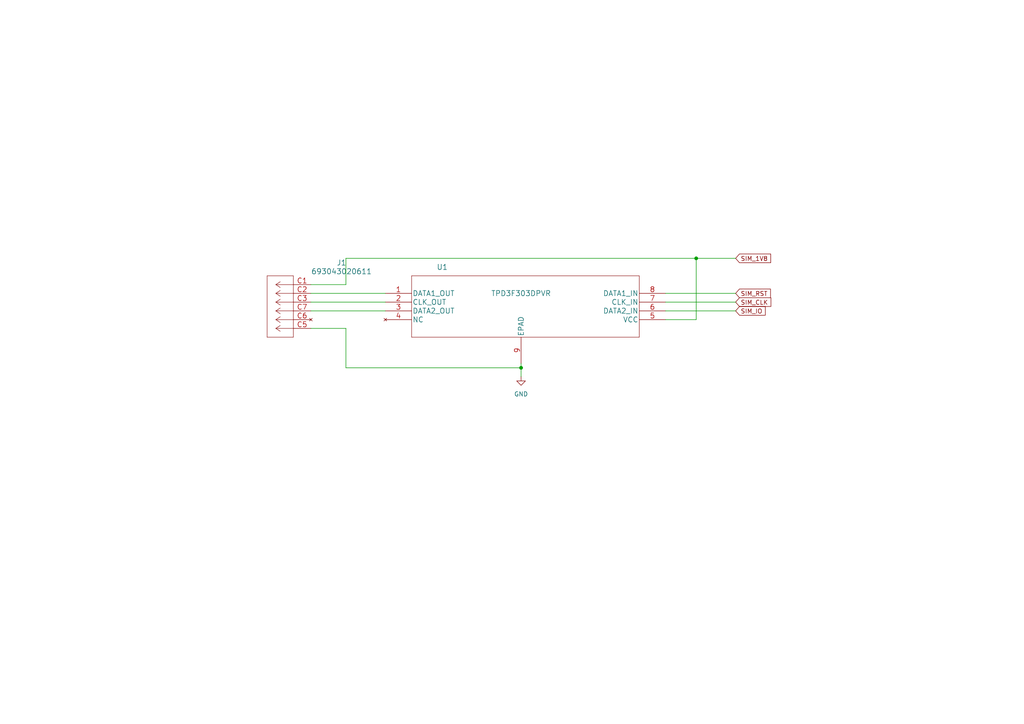
<source format=kicad_sch>
(kicad_sch (version 20230121) (generator eeschema)
  (paper "A4")
  (title_block (title "SIM module") (date "2023-03-21") (company "University of Oulu") (comment 1 "SIM card holder and ESD protector"))
  (lib_symbols
    (symbol "693043020611:693043020611" (pin_names (offset 0.254) hide)
      (property "Reference" "J1" (at -8.89 6.35 0))
      (property "Value" "693043020611" (at -8.89 3.81 0))
      (symbol "693043020611_1_1"
        (polyline (pts (xy 5.08 -15.24) (xy 12.7 -15.24)) (stroke (width 0.127)))
        (polyline (pts (xy 5.08 2.54) (xy 5.08 -15.24)) (stroke (width 0.127)))
        (polyline (pts (xy 10.16 -12.7) (xy 5.08 -12.7)) (stroke (width 0.127)))
        (polyline (pts (xy 10.16 -12.7) (xy 8.89 -13.5382)) (stroke (width 0.127)))
        (polyline (pts (xy 10.16 -12.7) (xy 8.89 -11.8618)) (stroke (width 0.127)))
        (polyline (pts (xy 10.16 -10.16) (xy 5.08 -10.16)) (stroke (width 0.127)))
        (polyline (pts (xy 10.16 -10.16) (xy 8.89 -10.9982)) (stroke (width 0.127)))
        (polyline (pts (xy 10.16 -10.16) (xy 8.89 -9.3218)) (stroke (width 0.127)))
        (polyline (pts (xy 10.16 -7.62) (xy 5.08 -7.62)) (stroke (width 0.127)))
        (polyline (pts (xy 10.16 -7.62) (xy 8.89 -8.4582)) (stroke (width 0.127)))
        (polyline (pts (xy 10.16 -7.62) (xy 8.89 -6.7818)) (stroke (width 0.127)))
        (polyline (pts (xy 10.16 -5.08) (xy 5.08 -5.08)) (stroke (width 0.127)))
        (polyline (pts (xy 10.16 -5.08) (xy 8.89 -5.9182)) (stroke (width 0.127)))
        (polyline (pts (xy 10.16 -5.08) (xy 8.89 -4.2418)) (stroke (width 0.127)))
        (polyline (pts (xy 10.16 -2.54) (xy 5.08 -2.54)) (stroke (width 0.127)))
        (polyline (pts (xy 10.16 -2.54) (xy 8.89 -3.3782)) (stroke (width 0.127)))
        (polyline (pts (xy 10.16 -2.54) (xy 8.89 -1.7018)) (stroke (width 0.127)))
        (polyline (pts (xy 10.16 0) (xy 5.08 0)) (stroke (width 0.127)))
        (polyline (pts (xy 10.16 0) (xy 8.89 -0.8382)) (stroke (width 0.127)))
        (polyline (pts (xy 10.16 0) (xy 8.89 0.8382)) (stroke (width 0.127)))
        (polyline (pts (xy 12.7 -15.24) (xy 12.7 2.54)) (stroke (width 0.127)))
        (polyline (pts (xy 12.7 2.54) (xy 5.08 2.54)) (stroke (width 0.127)))
        (pin unspecified line (at 0 0 0) (length 5.08) (name "C1") (number "C1"))
        (pin unspecified line (at 0 -2.54 0) (length 5.08) (name "C2") (number "C2"))
        (pin unspecified line (at 0 -5.08 0) (length 5.08) (name "C3") (number "C3"))
        (pin unspecified line (at 0 -12.7 0) (length 5.08) (name "C5") (number "C5"))
        (pin no_connect line (at 0 -10.16 0) (length 5.08) (name "C6") (number "C6"))
        (pin unspecified line (at 0 -7.62 0) (length 5.08) (name "C7") (number "C7"))
      )
    )
    (symbol "TPD3F303DPVR:TPD3F303DPVR" (pin_names (offset 0.254))
      (property "Reference" "U1" (at 16.51 7.62 0))
      (property "Value" "TPD3F303DPVR" (at 39.37 0 0))
      (symbol "TPD3F303DPVR_1_1"
        (polyline (pts (xy 7.62 -12.7) (xy 73.66 -12.7)) (stroke (width 0.127)))
        (polyline (pts (xy 7.62 5.08) (xy 7.62 -12.7)) (stroke (width 0.127)))
        (polyline (pts (xy 73.66 -12.7) (xy 73.66 5.08)) (stroke (width 0.127)))
        (polyline (pts (xy 73.66 5.08) (xy 7.62 5.08)) (stroke (width 0.127)))
        (pin output line (at 0 0 0) (length 7.62) (name "DATA1_OUT") (number "1"))
        (pin output line (at 0 -2.54 0) (length 7.62) (name "CLK_OUT") (number "2"))
        (pin output line (at 0 -5.08 0) (length 7.62) (name "DATA2_OUT") (number "3"))
        (pin no_connect line (at 0 -7.62 0) (length 7.62) (name "NC") (number "4"))
        (pin power_in line (at 81.28 -7.62 180) (length 7.62) (name "VCC") (number "5"))
        (pin input line (at 81.28 -5.08 180) (length 7.62) (name "DATA2_IN") (number "6"))
        (pin input line (at 81.28 -2.54 180) (length 7.62) (name "CLK_IN") (number "7"))
        (pin input line (at 81.28 0 180) (length 7.62) (name "DATA1_IN") (number "8"))
        (pin unspecified line (at 39.37 -20.32 90) (length 7.62) (name "EPAD") (number "9"))
      )
    )
    (symbol "power:GND" (power) (pin_names (offset 0))
      (property "Value" "GND" (at 0 -3.81 0))
      (symbol "GND_0_1"
        (polyline (pts (xy 0 0) (xy 0 -1.27) (xy 1.27 -1.27) (xy 0 -2.54) (xy -1.27 -1.27) (xy 0 -1.27)))
      )
      (symbol "GND_1_1"
        (pin power_in line (at 0 0 270) (length 0) hide (name "GND") (number "1"))
      )
    )
  )
  (junction (at 201.93 74.93))
  (junction (at 151.13 106.68))
  (wire (pts (xy 100.33 95.25) (xy 100.33 106.68)))
  (wire (pts (xy 201.93 74.93) (xy 213.36 74.93)))
  (wire (pts (xy 90.17 82.55) (xy 100.33 82.55)))
  (wire (pts (xy 193.04 87.63) (xy 213.36 87.63)))
  (wire (pts (xy 100.33 74.93) (xy 201.93 74.93)))
  (wire (pts (xy 90.17 85.09) (xy 111.76 85.09)))
  (wire (pts (xy 193.04 92.71) (xy 201.93 92.71)))
  (wire (pts (xy 193.04 85.09) (xy 213.36 85.09)))
  (wire (pts (xy 100.33 82.55) (xy 100.33 74.93)))
  (wire (pts (xy 90.17 90.17) (xy 111.76 90.17)))
  (wire (pts (xy 151.13 105.41) (xy 151.13 106.68)))
  (wire (pts (xy 151.13 106.68) (xy 151.13 109.22)))
  (wire (pts (xy 90.17 95.25) (xy 100.33 95.25)))
  (wire (pts (xy 90.17 87.63) (xy 111.76 87.63)))
  (wire (pts (xy 193.04 90.17) (xy 213.36 90.17)))
  (wire (pts (xy 201.93 74.93) (xy 201.93 92.71)))
  (wire (pts (xy 100.33 106.68) (xy 151.13 106.68)))
  (global_label "SIM_1V8" (shape input) (at 213.36 74.93 0) (property "Intersheetrefs" "${INTERSHEET_REFS}" (effects hide)))
  (global_label "SIM_IO" (shape input) (at 213.36 90.17 0) (property "Intersheetrefs" "${INTERSHEET_REFS}" (effects hide)))
  (global_label "SIM_CLK" (shape input) (at 213.36 87.63 0) (property "Intersheetrefs" "${INTERSHEET_REFS}" (effects hide)))
  (global_label "SIM_RST" (shape input) (at 213.36 85.09 0) (property "Intersheetrefs" "${INTERSHEET_REFS}" (effects hide)))
  (symbol (lib_id "693043020611:693043020611") (at 90.17 82.55 0) (mirror y) (unit 1)
    (property "Reference" "J1" (at 99.06 76.2 0) (effects (font (size 1.524 1.524))))
    (property "Value" "693043020611" (at 99.06 78.74 0) (effects (font (size 1.524 1.524))))
    (property "Footprint" "CONN6_43020611_WRE" (effects hide))
  )
  (symbol (lib_id "TPD3F303DPVR:TPD3F303DPVR") (at 111.76 85.09 0) (unit 1)
    (property "Reference" "U1" (at 128.27 77.47 0) (effects (font (size 1.524 1.524))))
    (property "Value" "TPD3F303DPVR" (at 151.13 85.09 0) (effects (font (size 1.524 1.524))))
    (property "Footprint" "DPV8_1P7X0P4" (effects hide))
  )
  (symbol (lib_id "power:GND") (at 151.13 109.22 0) (unit 1)
    (property "Reference" "#PWR03" (effects hide))
    (property "Value" "GND" (at 151.13 114.3 0))
  )
)
</source>
